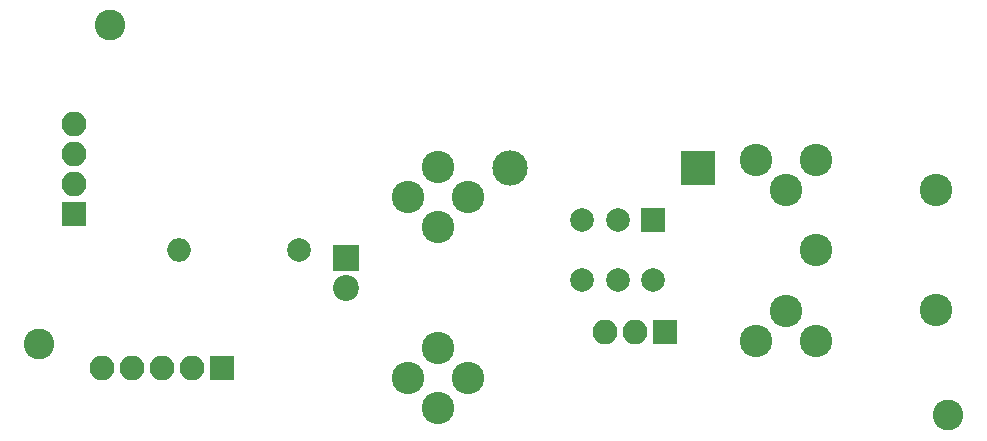
<source format=gbr>
G04 #@! TF.FileFunction,Soldermask,Top*
%FSLAX46Y46*%
G04 Gerber Fmt 4.6, Leading zero omitted, Abs format (unit mm)*
G04 Created by KiCad (PCBNEW 4.0.7) date 08/07/18 09:05:40*
%MOMM*%
%LPD*%
G01*
G04 APERTURE LIST*
%ADD10C,0.100000*%
%ADD11R,3.000000X3.000000*%
%ADD12O,3.000000X3.000000*%
%ADD13R,2.000000X2.000000*%
%ADD14C,2.000000*%
%ADD15O,2.000000X2.000000*%
%ADD16C,2.750000*%
%ADD17R,2.200000X2.200000*%
%ADD18C,2.200000*%
%ADD19R,2.100000X2.100000*%
%ADD20O,2.100000X2.100000*%
%ADD21C,2.600000*%
G04 APERTURE END LIST*
D10*
D11*
X164770000Y-86044000D03*
D12*
X148895000Y-86044000D03*
D13*
X161000000Y-90460000D03*
D14*
X158000000Y-90460000D03*
X155000000Y-90460000D03*
X161000000Y-95540000D03*
X158000000Y-95540000D03*
X155000000Y-95540000D03*
X131000000Y-93000000D03*
D15*
X120840000Y-93000000D03*
D16*
X142752000Y-91044000D03*
X142752000Y-85964000D03*
X142752000Y-101284000D03*
X142752000Y-106364000D03*
X140212000Y-88504000D03*
X145292000Y-88504000D03*
X140212000Y-103824000D03*
X145292000Y-103824000D03*
X184960000Y-98080000D03*
X184960000Y-87920000D03*
X172260000Y-98160000D03*
X174800000Y-93000000D03*
X172260000Y-87920000D03*
X174800000Y-100700000D03*
X169720000Y-100700000D03*
X174800000Y-85380000D03*
X169720000Y-85380000D03*
D17*
X135000000Y-93700000D03*
D18*
X135000000Y-96240000D03*
D19*
X162000000Y-100000000D03*
D20*
X159460000Y-100000000D03*
X156920000Y-100000000D03*
D19*
X124500000Y-103000000D03*
D20*
X121960000Y-103000000D03*
X119420000Y-103000000D03*
X116880000Y-103000000D03*
X114340000Y-103000000D03*
D19*
X112000000Y-90000000D03*
D20*
X112000000Y-87460000D03*
X112000000Y-84920000D03*
X112000000Y-82380000D03*
D21*
X186000000Y-107000000D03*
X115000000Y-74000000D03*
X109000000Y-101000000D03*
M02*

</source>
